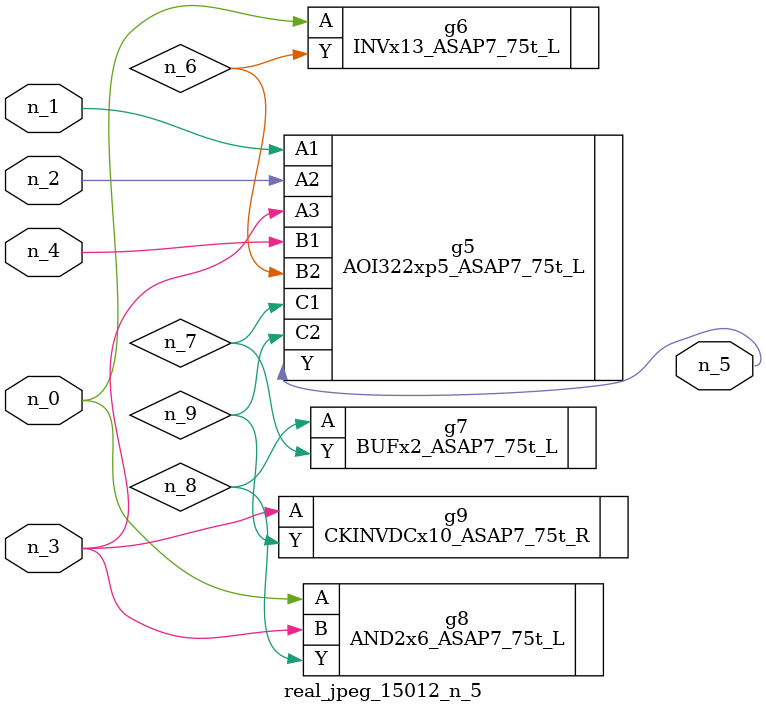
<source format=v>
module real_jpeg_15012_n_5 (n_4, n_0, n_1, n_2, n_3, n_5);

input n_4;
input n_0;
input n_1;
input n_2;
input n_3;

output n_5;

wire n_8;
wire n_6;
wire n_7;
wire n_9;

INVx13_ASAP7_75t_L g6 ( 
.A(n_0),
.Y(n_6)
);

AND2x6_ASAP7_75t_L g8 ( 
.A(n_0),
.B(n_3),
.Y(n_8)
);

AOI322xp5_ASAP7_75t_L g5 ( 
.A1(n_1),
.A2(n_2),
.A3(n_3),
.B1(n_4),
.B2(n_6),
.C1(n_7),
.C2(n_9),
.Y(n_5)
);

CKINVDCx10_ASAP7_75t_R g9 ( 
.A(n_3),
.Y(n_9)
);

BUFx2_ASAP7_75t_L g7 ( 
.A(n_8),
.Y(n_7)
);


endmodule
</source>
